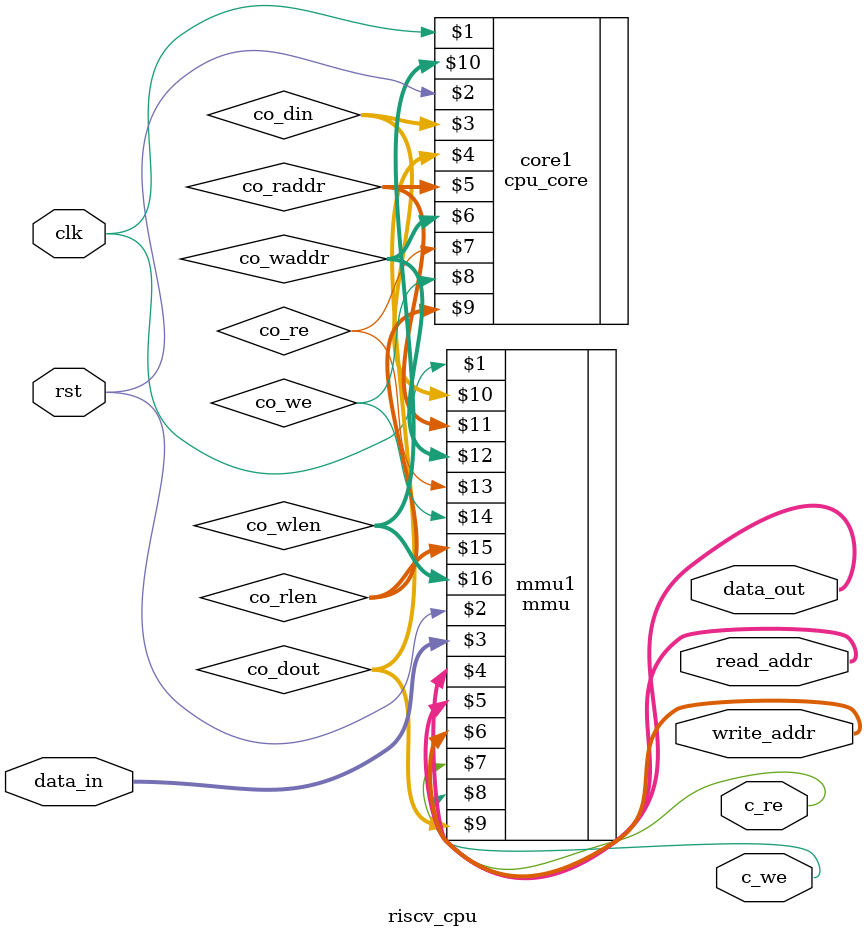
<source format=v>
/*CPU*/
`include "cpu_core.v"
`include "mmu.v"
//`include "mem_ctrl.v"
module riscv_cpu
#(
    parameter M_DATA_L = 8,
    parameter C_DATA_L = 32,
    parameter MADDR_L = 32
)
(
    input clk, rst,
    input[M_DATA_L-1:0] data_in,
    output[M_DATA_L-1:0] data_out,
    output[MADDR_L-1:0] read_addr,
    output[MADDR_L-1:0] write_addr,
    output c_re, c_we
);
//wire[DATA_L-1:0] c1_din;
//wire[DATA_L-1:0] c1_dout;
//wire[MADDR_L-1:0] c1_raddr;
//wire[MADDR_L-1:0] c1_waddr;
//mem_ctrl mctrl(data_in,data_out,read_addr,write_addr,c1_din,c1_dout,c1_raddr,c1_waddr);
//cpu_core core1(c1_din,c1_dout,c1_raddr,c1_waddr);
wire co_re, co_we;
wire[1:0] co_rlen, co_wlen;
wire[C_DATA_L-1:0] co_din, co_dout;
wire[MADDR_L-1:0] co_raddr, co_waddr;
cpu_core core1(clk,rst,co_din,co_dout,co_raddr,co_waddr,co_re,co_we,co_rlen,co_wlen);
mmu mmu1(clk,rst,data_in,data_out,read_addr,write_addr,c_re,c_we,co_dout,co_din,co_raddr,co_waddr,co_re,co_we,co_rlen,co_wlen);

always @(posedge clk or posedge rst) begin
    if (rst) begin

    end else begin

    end
end

endmodule

</source>
